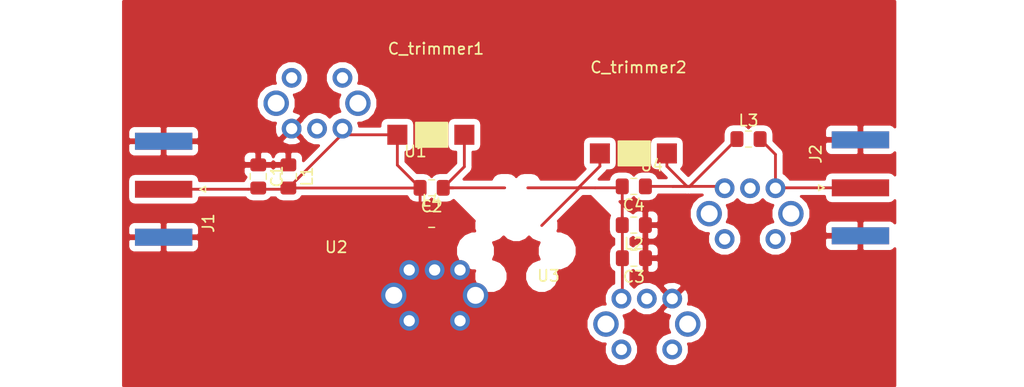
<source format=kicad_pcb>
(kicad_pcb (version 20171130) (host pcbnew "(6.0.0-rc1-dev-305-gf0b8b21)")

  (general
    (thickness 1.6)
    (drawings 0)
    (tracks 46)
    (zones 0)
    (modules 16)
    (nets 20)
  )

  (page A4)
  (layers
    (0 F.Cu signal)
    (31 B.Cu signal)
    (32 B.Adhes user)
    (33 F.Adhes user)
    (34 B.Paste user)
    (35 F.Paste user)
    (36 B.SilkS user)
    (37 F.SilkS user)
    (38 B.Mask user)
    (39 F.Mask user)
    (40 Dwgs.User user)
    (41 Cmts.User user)
    (42 Eco1.User user)
    (43 Eco2.User user)
    (44 Edge.Cuts user)
    (45 Margin user)
    (46 B.CrtYd user)
    (47 F.CrtYd user)
    (48 B.Fab user)
    (49 F.Fab user)
  )

  (setup
    (last_trace_width 0.25)
    (trace_clearance 0.2)
    (zone_clearance 0.508)
    (zone_45_only no)
    (trace_min 0.2)
    (via_size 0.8)
    (via_drill 0.4)
    (via_min_size 0.4)
    (via_min_drill 0.3)
    (uvia_size 0.3)
    (uvia_drill 0.1)
    (uvias_allowed no)
    (uvia_min_size 0.2)
    (uvia_min_drill 0.1)
    (edge_width 0.05)
    (segment_width 0.2)
    (pcb_text_width 0.3)
    (pcb_text_size 1.5 1.5)
    (mod_edge_width 0.12)
    (mod_text_size 1 1)
    (mod_text_width 0.15)
    (pad_size 2.25 2.25)
    (pad_drill 1.5)
    (pad_to_mask_clearance 0.2)
    (aux_axis_origin 0 0)
    (visible_elements FFFFFF7F)
    (pcbplotparams
      (layerselection 0x010fc_ffffffff)
      (usegerberextensions false)
      (usegerberattributes false)
      (usegerberadvancedattributes false)
      (creategerberjobfile false)
      (excludeedgelayer true)
      (linewidth 0.100000)
      (plotframeref false)
      (viasonmask false)
      (mode 1)
      (useauxorigin false)
      (hpglpennumber 1)
      (hpglpenspeed 20)
      (hpglpendiameter 15.000000)
      (psnegative false)
      (psa4output false)
      (plotreference true)
      (plotvalue true)
      (plotinvisibletext false)
      (padsonsilk false)
      (subtractmaskfromsilk false)
      (outputformat 1)
      (mirror false)
      (drillshape 1)
      (scaleselection 1)
      (outputdirectory ""))
  )

  (net 0 "")
  (net 1 GND)
  (net 2 "Net-(C1-Pad2)")
  (net 3 "Net-(C2-Pad1)")
  (net 4 "Net-(C3-Pad2)")
  (net 5 "Net-(C4-Pad1)")
  (net 6 "Net-(U1-Pad2)")
  (net 7 "Net-(U1-Pad6)")
  (net 8 "Net-(U1-Pad4)")
  (net 9 "Net-(U1-Pad5)")
  (net 10 "Net-(U2-Pad5)")
  (net 11 "Net-(U2-Pad4)")
  (net 12 "Net-(U2-Pad6)")
  (net 13 "Net-(U2-Pad2)")
  (net 14 "Net-(U3-Pad6)")
  (net 15 "Net-(U3-Pad5)")
  (net 16 "Net-(U4-Pad2)")
  (net 17 "Net-(U4-Pad5)")
  (net 18 "Net-(U4-Pad4)")
  (net 19 "Net-(U4-Pad6)")

  (net_class Default "This is the default net class."
    (clearance 0.2)
    (trace_width 0.25)
    (via_dia 0.8)
    (via_drill 0.4)
    (uvia_dia 0.3)
    (uvia_drill 0.1)
    (add_net GND)
    (add_net "Net-(C1-Pad2)")
    (add_net "Net-(C2-Pad1)")
    (add_net "Net-(C3-Pad2)")
    (add_net "Net-(C4-Pad1)")
    (add_net "Net-(U1-Pad2)")
    (add_net "Net-(U1-Pad4)")
    (add_net "Net-(U1-Pad5)")
    (add_net "Net-(U1-Pad6)")
    (add_net "Net-(U2-Pad2)")
    (add_net "Net-(U2-Pad4)")
    (add_net "Net-(U2-Pad5)")
    (add_net "Net-(U2-Pad6)")
    (add_net "Net-(U3-Pad5)")
    (add_net "Net-(U3-Pad6)")
    (add_net "Net-(U4-Pad2)")
    (add_net "Net-(U4-Pad4)")
    (add_net "Net-(U4-Pad5)")
    (add_net "Net-(U4-Pad6)")
  )

  (module Capacitor_SMD:C_0805_2012Metric_Pad1.15x1.40mm_HandSolder (layer F.Cu) (tedit 5B36C52B) (tstamp 5E3ADC5D)
    (at 126.746 41.411 270)
    (descr "Capacitor SMD 0805 (2012 Metric), square (rectangular) end terminal, IPC_7351 nominal with elongated pad for handsoldering. (Body size source: https://docs.google.com/spreadsheets/d/1BsfQQcO9C6DZCsRaXUlFlo91Tg2WpOkGARC1WS5S8t0/edit?usp=sharing), generated with kicad-footprint-generator")
    (tags "capacitor handsolder")
    (path /5E39F60A)
    (attr smd)
    (fp_text reference C1 (at 0 -1.65 270) (layer F.SilkS)
      (effects (font (size 1 1) (thickness 0.15)))
    )
    (fp_text value C (at 0 1.65 270) (layer F.Fab)
      (effects (font (size 1 1) (thickness 0.15)))
    )
    (fp_line (start -1 0.6) (end -1 -0.6) (layer F.Fab) (width 0.1))
    (fp_line (start -1 -0.6) (end 1 -0.6) (layer F.Fab) (width 0.1))
    (fp_line (start 1 -0.6) (end 1 0.6) (layer F.Fab) (width 0.1))
    (fp_line (start 1 0.6) (end -1 0.6) (layer F.Fab) (width 0.1))
    (fp_line (start -0.261252 -0.71) (end 0.261252 -0.71) (layer F.SilkS) (width 0.12))
    (fp_line (start -0.261252 0.71) (end 0.261252 0.71) (layer F.SilkS) (width 0.12))
    (fp_line (start -1.85 0.95) (end -1.85 -0.95) (layer F.CrtYd) (width 0.05))
    (fp_line (start -1.85 -0.95) (end 1.85 -0.95) (layer F.CrtYd) (width 0.05))
    (fp_line (start 1.85 -0.95) (end 1.85 0.95) (layer F.CrtYd) (width 0.05))
    (fp_line (start 1.85 0.95) (end -1.85 0.95) (layer F.CrtYd) (width 0.05))
    (fp_text user %R (at 0 0 270) (layer F.Fab)
      (effects (font (size 0.5 0.5) (thickness 0.08)))
    )
    (pad 1 smd roundrect (at -1.025 0 270) (size 1.15 1.4) (layers F.Cu F.Paste F.Mask) (roundrect_rratio 0.217391)
      (net 1 GND))
    (pad 2 smd roundrect (at 1.025 0 270) (size 1.15 1.4) (layers F.Cu F.Paste F.Mask) (roundrect_rratio 0.217391)
      (net 2 "Net-(C1-Pad2)"))
    (model ${KISYS3DMOD}/Capacitor_SMD.3dshapes/C_0805_2012Metric.wrl
      (at (xyz 0 0 0))
      (scale (xyz 1 1 1))
      (rotate (xyz 0 0 0))
    )
  )

  (module Capacitor_SMD:C_0805_2012Metric_Pad1.15x1.40mm_HandSolder (layer F.Cu) (tedit 5B36C52B) (tstamp 5E3ADC6E)
    (at 142.104 42.418 180)
    (descr "Capacitor SMD 0805 (2012 Metric), square (rectangular) end terminal, IPC_7351 nominal with elongated pad for handsoldering. (Body size source: https://docs.google.com/spreadsheets/d/1BsfQQcO9C6DZCsRaXUlFlo91Tg2WpOkGARC1WS5S8t0/edit?usp=sharing), generated with kicad-footprint-generator")
    (tags "capacitor handsolder")
    (path /5E39F6F7)
    (attr smd)
    (fp_text reference C2 (at 0 -1.65 180) (layer F.SilkS)
      (effects (font (size 1 1) (thickness 0.15)))
    )
    (fp_text value C (at 0 1.65 180) (layer F.Fab)
      (effects (font (size 1 1) (thickness 0.15)))
    )
    (fp_text user %R (at 0 0 180) (layer F.Fab)
      (effects (font (size 0.5 0.5) (thickness 0.08)))
    )
    (fp_line (start 1.85 0.95) (end -1.85 0.95) (layer F.CrtYd) (width 0.05))
    (fp_line (start 1.85 -0.95) (end 1.85 0.95) (layer F.CrtYd) (width 0.05))
    (fp_line (start -1.85 -0.95) (end 1.85 -0.95) (layer F.CrtYd) (width 0.05))
    (fp_line (start -1.85 0.95) (end -1.85 -0.95) (layer F.CrtYd) (width 0.05))
    (fp_line (start -0.261252 0.71) (end 0.261252 0.71) (layer F.SilkS) (width 0.12))
    (fp_line (start -0.261252 -0.71) (end 0.261252 -0.71) (layer F.SilkS) (width 0.12))
    (fp_line (start 1 0.6) (end -1 0.6) (layer F.Fab) (width 0.1))
    (fp_line (start 1 -0.6) (end 1 0.6) (layer F.Fab) (width 0.1))
    (fp_line (start -1 -0.6) (end 1 -0.6) (layer F.Fab) (width 0.1))
    (fp_line (start -1 0.6) (end -1 -0.6) (layer F.Fab) (width 0.1))
    (pad 2 smd roundrect (at 1.025 0 180) (size 1.15 1.4) (layers F.Cu F.Paste F.Mask) (roundrect_rratio 0.217391)
      (net 2 "Net-(C1-Pad2)"))
    (pad 1 smd roundrect (at -1.025 0 180) (size 1.15 1.4) (layers F.Cu F.Paste F.Mask) (roundrect_rratio 0.217391)
      (net 3 "Net-(C2-Pad1)"))
    (model ${KISYS3DMOD}/Capacitor_SMD.3dshapes/C_0805_2012Metric.wrl
      (at (xyz 0 0 0))
      (scale (xyz 1 1 1))
      (rotate (xyz 0 0 0))
    )
  )

  (module Capacitor_SMD:C_0805_2012Metric_Pad1.15x1.40mm_HandSolder (layer F.Cu) (tedit 5B36C52B) (tstamp 5E3ADC7F)
    (at 160.02 48.65 180)
    (descr "Capacitor SMD 0805 (2012 Metric), square (rectangular) end terminal, IPC_7351 nominal with elongated pad for handsoldering. (Body size source: https://docs.google.com/spreadsheets/d/1BsfQQcO9C6DZCsRaXUlFlo91Tg2WpOkGARC1WS5S8t0/edit?usp=sharing), generated with kicad-footprint-generator")
    (tags "capacitor handsolder")
    (path /5E39F754)
    (attr smd)
    (fp_text reference C3 (at 0 -1.65 180) (layer F.SilkS)
      (effects (font (size 1 1) (thickness 0.15)))
    )
    (fp_text value C (at 0 1.65 180) (layer F.Fab)
      (effects (font (size 1 1) (thickness 0.15)))
    )
    (fp_text user %R (at 0 0 180) (layer F.Fab)
      (effects (font (size 0.5 0.5) (thickness 0.08)))
    )
    (fp_line (start 1.85 0.95) (end -1.85 0.95) (layer F.CrtYd) (width 0.05))
    (fp_line (start 1.85 -0.95) (end 1.85 0.95) (layer F.CrtYd) (width 0.05))
    (fp_line (start -1.85 -0.95) (end 1.85 -0.95) (layer F.CrtYd) (width 0.05))
    (fp_line (start -1.85 0.95) (end -1.85 -0.95) (layer F.CrtYd) (width 0.05))
    (fp_line (start -0.261252 0.71) (end 0.261252 0.71) (layer F.SilkS) (width 0.12))
    (fp_line (start -0.261252 -0.71) (end 0.261252 -0.71) (layer F.SilkS) (width 0.12))
    (fp_line (start 1 0.6) (end -1 0.6) (layer F.Fab) (width 0.1))
    (fp_line (start 1 -0.6) (end 1 0.6) (layer F.Fab) (width 0.1))
    (fp_line (start -1 -0.6) (end 1 -0.6) (layer F.Fab) (width 0.1))
    (fp_line (start -1 0.6) (end -1 -0.6) (layer F.Fab) (width 0.1))
    (pad 2 smd roundrect (at 1.025 0 180) (size 1.15 1.4) (layers F.Cu F.Paste F.Mask) (roundrect_rratio 0.217391)
      (net 4 "Net-(C3-Pad2)"))
    (pad 1 smd roundrect (at -1.025 0 180) (size 1.15 1.4) (layers F.Cu F.Paste F.Mask) (roundrect_rratio 0.217391)
      (net 1 GND))
    (model ${KISYS3DMOD}/Capacitor_SMD.3dshapes/C_0805_2012Metric.wrl
      (at (xyz 0 0 0))
      (scale (xyz 1 1 1))
      (rotate (xyz 0 0 0))
    )
  )

  (module Capacitor_SMD:C_0805_2012Metric_Pad1.15x1.40mm_HandSolder (layer F.Cu) (tedit 5B36C52B) (tstamp 5E3ADC90)
    (at 160.011 42.291 180)
    (descr "Capacitor SMD 0805 (2012 Metric), square (rectangular) end terminal, IPC_7351 nominal with elongated pad for handsoldering. (Body size source: https://docs.google.com/spreadsheets/d/1BsfQQcO9C6DZCsRaXUlFlo91Tg2WpOkGARC1WS5S8t0/edit?usp=sharing), generated with kicad-footprint-generator")
    (tags "capacitor handsolder")
    (path /5E39F7F9)
    (attr smd)
    (fp_text reference C4 (at 0 -1.65 180) (layer F.SilkS)
      (effects (font (size 1 1) (thickness 0.15)))
    )
    (fp_text value C (at 0 1.65 180) (layer F.Fab)
      (effects (font (size 1 1) (thickness 0.15)))
    )
    (fp_line (start -1 0.6) (end -1 -0.6) (layer F.Fab) (width 0.1))
    (fp_line (start -1 -0.6) (end 1 -0.6) (layer F.Fab) (width 0.1))
    (fp_line (start 1 -0.6) (end 1 0.6) (layer F.Fab) (width 0.1))
    (fp_line (start 1 0.6) (end -1 0.6) (layer F.Fab) (width 0.1))
    (fp_line (start -0.261252 -0.71) (end 0.261252 -0.71) (layer F.SilkS) (width 0.12))
    (fp_line (start -0.261252 0.71) (end 0.261252 0.71) (layer F.SilkS) (width 0.12))
    (fp_line (start -1.85 0.95) (end -1.85 -0.95) (layer F.CrtYd) (width 0.05))
    (fp_line (start -1.85 -0.95) (end 1.85 -0.95) (layer F.CrtYd) (width 0.05))
    (fp_line (start 1.85 -0.95) (end 1.85 0.95) (layer F.CrtYd) (width 0.05))
    (fp_line (start 1.85 0.95) (end -1.85 0.95) (layer F.CrtYd) (width 0.05))
    (fp_text user %R (at 0 0 180) (layer F.Fab)
      (effects (font (size 0.5 0.5) (thickness 0.08)))
    )
    (pad 1 smd roundrect (at -1.025 0 180) (size 1.15 1.4) (layers F.Cu F.Paste F.Mask) (roundrect_rratio 0.217391)
      (net 4 "Net-(C3-Pad2)"))
    (pad 2 smd roundrect (at 1.025 0 180) (size 1.15 1.4) (layers F.Cu F.Paste F.Mask) (roundrect_rratio 0.217391)
      (net 3 "Net-(C2-Pad1)"))
    (model ${KISYS3DMOD}/Capacitor_SMD.3dshapes/C_0805_2012Metric.wrl
      (at (xyz 0 0 0))
      (scale (xyz 1 1 1))
      (rotate (xyz 0 0 0))
    )
  )

  (module Connector_Coaxial:SMA_Amphenol_132289_EdgeMount (layer F.Cu) (tedit 5A1C1810) (tstamp 5E3ADCB3)
    (at 118.364 42.545 180)
    (descr http://www.amphenolrf.com/132289.html)
    (tags SMA)
    (path /5E39F9DD)
    (attr smd)
    (fp_text reference J1 (at -3.96 -3 270) (layer F.SilkS)
      (effects (font (size 1 1) (thickness 0.15)))
    )
    (fp_text value Conn_Coaxial (at 5 6 180) (layer F.Fab)
      (effects (font (size 1 1) (thickness 0.15)))
    )
    (fp_line (start -1.91 5.08) (end 4.445 5.08) (layer F.Fab) (width 0.1))
    (fp_line (start -1.91 3.81) (end -1.91 5.08) (layer F.Fab) (width 0.1))
    (fp_line (start 2.54 3.81) (end -1.91 3.81) (layer F.Fab) (width 0.1))
    (fp_line (start 2.54 -3.81) (end 2.54 3.81) (layer F.Fab) (width 0.1))
    (fp_line (start -1.91 -3.81) (end 2.54 -3.81) (layer F.Fab) (width 0.1))
    (fp_line (start -1.91 -5.08) (end -1.91 -3.81) (layer F.Fab) (width 0.1))
    (fp_line (start -1.91 -5.08) (end 4.445 -5.08) (layer F.Fab) (width 0.1))
    (fp_line (start 4.445 -3.81) (end 4.445 -5.08) (layer F.Fab) (width 0.1))
    (fp_line (start 4.445 5.08) (end 4.445 3.81) (layer F.Fab) (width 0.1))
    (fp_line (start 13.97 3.81) (end 4.445 3.81) (layer F.Fab) (width 0.1))
    (fp_line (start 13.97 -3.81) (end 13.97 3.81) (layer F.Fab) (width 0.1))
    (fp_line (start 4.445 -3.81) (end 13.97 -3.81) (layer F.Fab) (width 0.1))
    (fp_line (start -3.04 5.58) (end -3.04 -5.58) (layer B.CrtYd) (width 0.05))
    (fp_line (start 14.47 5.58) (end -3.04 5.58) (layer B.CrtYd) (width 0.05))
    (fp_line (start 14.47 -5.58) (end 14.47 5.58) (layer B.CrtYd) (width 0.05))
    (fp_line (start 14.47 -5.58) (end -3.04 -5.58) (layer B.CrtYd) (width 0.05))
    (fp_line (start -3.04 5.58) (end -3.04 -5.58) (layer F.CrtYd) (width 0.05))
    (fp_line (start 14.47 5.58) (end -3.04 5.58) (layer F.CrtYd) (width 0.05))
    (fp_line (start 14.47 -5.58) (end 14.47 5.58) (layer F.CrtYd) (width 0.05))
    (fp_line (start 14.47 -5.58) (end -3.04 -5.58) (layer F.CrtYd) (width 0.05))
    (fp_text user %R (at 4.79 0 90) (layer F.Fab)
      (effects (font (size 1 1) (thickness 0.15)))
    )
    (fp_line (start 2.54 -0.75) (end 3.54 0) (layer F.Fab) (width 0.1))
    (fp_line (start 3.54 0) (end 2.54 0.75) (layer F.Fab) (width 0.1))
    (fp_line (start -3.21 0) (end -3.71 -0.25) (layer F.SilkS) (width 0.12))
    (fp_line (start -3.71 -0.25) (end -3.71 0.25) (layer F.SilkS) (width 0.12))
    (fp_line (start -3.71 0.25) (end -3.21 0) (layer F.SilkS) (width 0.12))
    (pad 1 smd rect (at 0 0 270) (size 1.5 5.08) (layers F.Cu F.Paste F.Mask)
      (net 2 "Net-(C1-Pad2)"))
    (pad 2 smd rect (at 0 -4.25 270) (size 1.5 5.08) (layers F.Cu F.Paste F.Mask)
      (net 1 GND))
    (pad 2 smd rect (at 0 4.25 270) (size 1.5 5.08) (layers F.Cu F.Paste F.Mask)
      (net 1 GND))
    (pad 2 smd rect (at 0 -4.25 270) (size 1.5 5.08) (layers B.Cu B.Paste B.Mask)
      (net 1 GND))
    (pad 2 smd rect (at 0 4.25 270) (size 1.5 5.08) (layers B.Cu B.Paste B.Mask)
      (net 1 GND))
    (model ${KISYS3DMOD}/Connector_Coaxial.3dshapes/SMA_Amphenol_132289_EdgeMount.wrl
      (at (xyz 0 0 0))
      (scale (xyz 1 1 1))
      (rotate (xyz 0 0 0))
    )
  )

  (module Connector_Coaxial:SMA_Amphenol_132289_EdgeMount (layer F.Cu) (tedit 5A1C1810) (tstamp 5E3ADCD6)
    (at 180.086 42.418)
    (descr http://www.amphenolrf.com/132289.html)
    (tags SMA)
    (path /5E39F96B)
    (attr smd)
    (fp_text reference J2 (at -3.96 -3 90) (layer F.SilkS)
      (effects (font (size 1 1) (thickness 0.15)))
    )
    (fp_text value Conn_Coaxial (at 5 6) (layer F.Fab)
      (effects (font (size 1 1) (thickness 0.15)))
    )
    (fp_line (start -3.71 0.25) (end -3.21 0) (layer F.SilkS) (width 0.12))
    (fp_line (start -3.71 -0.25) (end -3.71 0.25) (layer F.SilkS) (width 0.12))
    (fp_line (start -3.21 0) (end -3.71 -0.25) (layer F.SilkS) (width 0.12))
    (fp_line (start 3.54 0) (end 2.54 0.75) (layer F.Fab) (width 0.1))
    (fp_line (start 2.54 -0.75) (end 3.54 0) (layer F.Fab) (width 0.1))
    (fp_text user %R (at 4.79 0 270) (layer F.Fab)
      (effects (font (size 1 1) (thickness 0.15)))
    )
    (fp_line (start 14.47 -5.58) (end -3.04 -5.58) (layer F.CrtYd) (width 0.05))
    (fp_line (start 14.47 -5.58) (end 14.47 5.58) (layer F.CrtYd) (width 0.05))
    (fp_line (start 14.47 5.58) (end -3.04 5.58) (layer F.CrtYd) (width 0.05))
    (fp_line (start -3.04 5.58) (end -3.04 -5.58) (layer F.CrtYd) (width 0.05))
    (fp_line (start 14.47 -5.58) (end -3.04 -5.58) (layer B.CrtYd) (width 0.05))
    (fp_line (start 14.47 -5.58) (end 14.47 5.58) (layer B.CrtYd) (width 0.05))
    (fp_line (start 14.47 5.58) (end -3.04 5.58) (layer B.CrtYd) (width 0.05))
    (fp_line (start -3.04 5.58) (end -3.04 -5.58) (layer B.CrtYd) (width 0.05))
    (fp_line (start 4.445 -3.81) (end 13.97 -3.81) (layer F.Fab) (width 0.1))
    (fp_line (start 13.97 -3.81) (end 13.97 3.81) (layer F.Fab) (width 0.1))
    (fp_line (start 13.97 3.81) (end 4.445 3.81) (layer F.Fab) (width 0.1))
    (fp_line (start 4.445 5.08) (end 4.445 3.81) (layer F.Fab) (width 0.1))
    (fp_line (start 4.445 -3.81) (end 4.445 -5.08) (layer F.Fab) (width 0.1))
    (fp_line (start -1.91 -5.08) (end 4.445 -5.08) (layer F.Fab) (width 0.1))
    (fp_line (start -1.91 -5.08) (end -1.91 -3.81) (layer F.Fab) (width 0.1))
    (fp_line (start -1.91 -3.81) (end 2.54 -3.81) (layer F.Fab) (width 0.1))
    (fp_line (start 2.54 -3.81) (end 2.54 3.81) (layer F.Fab) (width 0.1))
    (fp_line (start 2.54 3.81) (end -1.91 3.81) (layer F.Fab) (width 0.1))
    (fp_line (start -1.91 3.81) (end -1.91 5.08) (layer F.Fab) (width 0.1))
    (fp_line (start -1.91 5.08) (end 4.445 5.08) (layer F.Fab) (width 0.1))
    (pad 2 smd rect (at 0 4.25 90) (size 1.5 5.08) (layers B.Cu B.Paste B.Mask)
      (net 1 GND))
    (pad 2 smd rect (at 0 -4.25 90) (size 1.5 5.08) (layers B.Cu B.Paste B.Mask)
      (net 1 GND))
    (pad 2 smd rect (at 0 4.25 90) (size 1.5 5.08) (layers F.Cu F.Paste F.Mask)
      (net 1 GND))
    (pad 2 smd rect (at 0 -4.25 90) (size 1.5 5.08) (layers F.Cu F.Paste F.Mask)
      (net 1 GND))
    (pad 1 smd rect (at 0 0 90) (size 1.5 5.08) (layers F.Cu F.Paste F.Mask)
      (net 4 "Net-(C3-Pad2)"))
    (model ${KISYS3DMOD}/Connector_Coaxial.3dshapes/SMA_Amphenol_132289_EdgeMount.wrl
      (at (xyz 0 0 0))
      (scale (xyz 1 1 1))
      (rotate (xyz 0 0 0))
    )
  )

  (module LT:IND_trimmer_7M3 (layer F.Cu) (tedit 5E3A09D3) (tstamp 5E3ADCE6)
    (at 131.953 34.925 180)
    (path /5E3A02D0)
    (fp_text reference U1 (at -8.7122 -4.2672 180) (layer F.SilkS)
      (effects (font (size 1 1) (thickness 0.15)))
    )
    (fp_text value LM3-IND (at -5.9436 -5.9182 180) (layer F.Fab)
      (effects (font (size 1 1) (thickness 0.15)))
    )
    (fp_line (start 0 -3.81) (end -3.81 -3.81) (layer F.CrtYd) (width 0.12))
    (fp_line (start -3.81 -3.81) (end -3.81 3.81) (layer F.CrtYd) (width 0.12))
    (fp_line (start -3.81 3.81) (end 3.81 3.81) (layer F.CrtYd) (width 0.12))
    (fp_line (start 3.81 3.81) (end 3.81 -3.81) (layer F.CrtYd) (width 0.12))
    (fp_line (start 3.81 -3.81) (end 0 -3.81) (layer F.CrtYd) (width 0.12))
    (pad 2 thru_hole circle (at 0 -2.25 180) (size 1.75 1.75) (drill 1) (layers *.Cu *.Mask)
      (net 6 "Net-(U1-Pad2)"))
    (pad 6 thru_hole circle (at -2.25 2.25 180) (size 1.75 1.75) (drill 1) (layers *.Cu *.Mask)
      (net 7 "Net-(U1-Pad6)"))
    (pad 1 thru_hole circle (at -2.25 -2.25 180) (size 1.75 1.75) (drill 1) (layers *.Cu *.Mask)
      (net 2 "Net-(C1-Pad2)"))
    (pad 3 thru_hole circle (at 2.25 -2.25 180) (size 1.75 1.75) (drill 1) (layers *.Cu *.Mask)
      (net 1 GND))
    (pad 4 thru_hole circle (at 2.25 2.25 180) (size 1.75 1.75) (drill 1) (layers *.Cu *.Mask)
      (net 8 "Net-(U1-Pad4)"))
    (pad 5 thru_hole circle (at -3.62 0 180) (size 2.25 2.25) (drill 1.5) (layers *.Cu *.Mask)
      (net 9 "Net-(U1-Pad5)"))
    (pad 5 thru_hole circle (at 3.62 0 180) (size 2.25 2.25) (drill 1.5) (layers *.Cu *.Mask)
      (net 9 "Net-(U1-Pad5)"))
  )

  (module LT:IND_trimmer_7M3 (layer F.Cu) (tedit 5E3A09CD) (tstamp 5E3ADCF6)
    (at 142.367 51.943)
    (path /5E3A0C86)
    (fp_text reference U2 (at -8.7122 -4.2672) (layer F.SilkS)
      (effects (font (size 1 1) (thickness 0.15)))
    )
    (fp_text value LM3-IND (at -5.9436 -5.9182) (layer F.Fab)
      (effects (font (size 1 1) (thickness 0.15)))
    )
    (fp_line (start 3.81 -3.81) (end 0 -3.81) (layer F.CrtYd) (width 0.12))
    (fp_line (start 3.81 3.81) (end 3.81 -3.81) (layer F.CrtYd) (width 0.12))
    (fp_line (start -3.81 3.81) (end 3.81 3.81) (layer F.CrtYd) (width 0.12))
    (fp_line (start -3.81 -3.81) (end -3.81 3.81) (layer F.CrtYd) (width 0.12))
    (fp_line (start 0 -3.81) (end -3.81 -3.81) (layer F.CrtYd) (width 0.12))
    (pad 5 thru_hole circle (at 3.62 0) (size 2.25 2.25) (drill 1.5) (layers *.Cu *.Mask)
      (net 10 "Net-(U2-Pad5)"))
    (pad 5 thru_hole circle (at -3.62 0) (size 2.25 2.25) (drill 1.5) (layers *.Cu *.Mask)
      (net 10 "Net-(U2-Pad5)"))
    (pad 4 thru_hole circle (at 2.25 2.25) (size 1.75 1.75) (drill 1) (layers *.Cu *.Mask)
      (net 11 "Net-(U2-Pad4)"))
    (pad 3 thru_hole circle (at 2.25 -2.25) (size 1.75 1.75) (drill 1) (layers *.Cu *.Mask)
      (net 3 "Net-(C2-Pad1)"))
    (pad 1 thru_hole circle (at -2.25 -2.25) (size 1.75 1.75) (drill 1) (layers *.Cu *.Mask)
      (net 2 "Net-(C1-Pad2)"))
    (pad 6 thru_hole circle (at -2.25 2.25) (size 1.75 1.75) (drill 1) (layers *.Cu *.Mask)
      (net 12 "Net-(U2-Pad6)"))
    (pad 2 thru_hole circle (at 0 -2.25) (size 1.75 1.75) (drill 1) (layers *.Cu *.Mask)
      (net 13 "Net-(U2-Pad2)"))
  )

  (module LT:IND_trimmer_7M3 (layer F.Cu) (tedit 5E3A09C8) (tstamp 5E3AEE82)
    (at 161.163 54.483)
    (path /5E3A14E4)
    (fp_text reference U3 (at -8.7122 -4.2672) (layer F.SilkS)
      (effects (font (size 1 1) (thickness 0.15)))
    )
    (fp_text value LM3-IND (at -5.9436 -5.9182) (layer F.Fab)
      (effects (font (size 1 1) (thickness 0.15)))
    )
    (fp_line (start 0 -3.81) (end -3.81 -3.81) (layer F.CrtYd) (width 0.12))
    (fp_line (start -3.81 -3.81) (end -3.81 3.81) (layer F.CrtYd) (width 0.12))
    (fp_line (start -3.81 3.81) (end 3.81 3.81) (layer F.CrtYd) (width 0.12))
    (fp_line (start 3.81 3.81) (end 3.81 -3.81) (layer F.CrtYd) (width 0.12))
    (fp_line (start 3.81 -3.81) (end 0 -3.81) (layer F.CrtYd) (width 0.12))
    (pad 2 thru_hole circle (at 0 -2.25) (size 1.75 1.75) (drill 1) (layers *.Cu *.Mask)
      (net 4 "Net-(C3-Pad2)"))
    (pad 6 thru_hole circle (at -2.25 2.25) (size 1.75 1.75) (drill 1) (layers *.Cu *.Mask)
      (net 14 "Net-(U3-Pad6)"))
    (pad 1 thru_hole circle (at -2.25 -2.25) (size 1.75 1.75) (drill 1) (layers *.Cu *.Mask)
      (net 4 "Net-(C3-Pad2)"))
    (pad 3 thru_hole circle (at 2.25 -2.25) (size 1.75 1.75) (drill 1) (layers *.Cu *.Mask)
      (net 1 GND))
    (pad 4 thru_hole circle (at 2.25 2.25) (size 1.75 1.75) (drill 1) (layers *.Cu *.Mask)
      (net 4 "Net-(C3-Pad2)"))
    (pad 5 thru_hole circle (at -3.62 0) (size 2.25 2.25) (drill 1.5) (layers *.Cu *.Mask)
      (net 15 "Net-(U3-Pad5)"))
    (pad 5 thru_hole circle (at 3.62 0) (size 2.25 2.25) (drill 1.5) (layers *.Cu *.Mask)
      (net 15 "Net-(U3-Pad5)"))
  )

  (module LT:IND_trimmer_7M3 (layer F.Cu) (tedit 5E3A0768) (tstamp 5E3ADD16)
    (at 170.307 44.704)
    (path /5E3A1CA8)
    (fp_text reference U4 (at -8.7122 -4.2672) (layer F.SilkS)
      (effects (font (size 1 1) (thickness 0.15)))
    )
    (fp_text value LM3-IND (at -5.9436 -5.9182) (layer F.Fab)
      (effects (font (size 1 1) (thickness 0.15)))
    )
    (fp_line (start 3.81 -3.81) (end 0 -3.81) (layer F.CrtYd) (width 0.12))
    (fp_line (start 3.81 3.81) (end 3.81 -3.81) (layer F.CrtYd) (width 0.12))
    (fp_line (start -3.81 3.81) (end 3.81 3.81) (layer F.CrtYd) (width 0.12))
    (fp_line (start -3.81 -3.81) (end -3.81 3.81) (layer F.CrtYd) (width 0.12))
    (fp_line (start 0 -3.81) (end -3.81 -3.81) (layer F.CrtYd) (width 0.12))
    (pad 5 thru_hole circle (at 3.62 0) (size 2.25 2.25) (drill 1.5) (layers *.Cu *.Mask)
      (net 17 "Net-(U4-Pad5)"))
    (pad 5 thru_hole circle (at -3.62 0) (size 2.25 2.25) (drill 1.5) (layers *.Cu *.Mask)
      (net 17 "Net-(U4-Pad5)"))
    (pad 4 thru_hole circle (at 2.25 2.25) (size 1.75 1.75) (drill 1) (layers *.Cu *.Mask)
      (net 18 "Net-(U4-Pad4)"))
    (pad 3 thru_hole circle (at 2.25 -2.25) (size 1.75 1.75) (drill 1) (layers *.Cu *.Mask)
      (net 4 "Net-(C3-Pad2)"))
    (pad 1 thru_hole circle (at -2.25 -2.25) (size 1.75 1.75) (drill 1) (layers *.Cu *.Mask)
      (net 3 "Net-(C2-Pad1)"))
    (pad 6 thru_hole circle (at -2.25 2.25) (size 1.75 1.75) (drill 1) (layers *.Cu *.Mask)
      (net 19 "Net-(U4-Pad6)"))
    (pad 2 thru_hole circle (at 0 -2.25) (size 1.75 1.75) (drill 1) (layers *.Cu *.Mask)
      (net 16 "Net-(U4-Pad2)"))
  )

  (module "Connector_PinHeader_2.54mm:Variable Capacitor" (layer F.Cu) (tedit 5E20EA9C) (tstamp 5E3AE302)
    (at 142.484348 37.719 180)
    (path /5E3AA00C)
    (fp_text reference C_trimmer1 (at 0 7.62 180) (layer F.SilkS)
      (effects (font (size 1 1) (thickness 0.15)))
    )
    (fp_text value C_Variable (at 0 5.08 180) (layer F.Fab)
      (effects (font (size 1 1) (thickness 0.15)))
    )
    (fp_poly (pts (xy -1.016 -1.0795) (xy -1.016 1.0795) (xy 1.778 1.0795) (xy 1.778 -1.0795)) (layer F.SilkS) (width 0.15))
    (pad 1 smd rect (at -2.516124 0 180) (size 1.778 1.778) (layers F.Cu F.Paste F.Mask)
      (net 3 "Net-(C2-Pad1)"))
    (pad 2 smd rect (at 3.419348 0 180) (size 1.778 1.778) (layers F.Cu F.Paste F.Mask)
      (net 2 "Net-(C1-Pad2)"))
  )

  (module "Connector_PinHeader_2.54mm:Variable Capacitor" (layer F.Cu) (tedit 5E20EA9C) (tstamp 5E3AE309)
    (at 160.424876 39.37 180)
    (path /5E3AB6DB)
    (fp_text reference C_trimmer2 (at 0 7.62 180) (layer F.SilkS)
      (effects (font (size 1 1) (thickness 0.15)))
    )
    (fp_text value C_Variable (at 0 5.08 180) (layer F.Fab)
      (effects (font (size 1 1) (thickness 0.15)))
    )
    (fp_poly (pts (xy -1.016 -1.0795) (xy -1.016 1.0795) (xy 1.778 1.0795) (xy 1.778 -1.0795)) (layer F.SilkS) (width 0.15))
    (pad 2 smd rect (at 3.419348 0 180) (size 1.778 1.778) (layers F.Cu F.Paste F.Mask)
      (net 3 "Net-(C2-Pad1)"))
    (pad 1 smd rect (at -2.516124 0 180) (size 1.778 1.778) (layers F.Cu F.Paste F.Mask)
      (net 4 "Net-(C3-Pad2)"))
  )

  (module Inductor_SMD:L_0805_2012Metric_Pad1.15x1.40mm_HandSolder (layer F.Cu) (tedit 5B36C52B) (tstamp 5E3AE31A)
    (at 129.413 41.411 270)
    (descr "Capacitor SMD 0805 (2012 Metric), square (rectangular) end terminal, IPC_7351 nominal with elongated pad for handsoldering. (Body size source: https://docs.google.com/spreadsheets/d/1BsfQQcO9C6DZCsRaXUlFlo91Tg2WpOkGARC1WS5S8t0/edit?usp=sharing), generated with kicad-footprint-generator")
    (tags "inductor handsolder")
    (path /5E3A581B)
    (attr smd)
    (fp_text reference L1 (at 0 -1.65 270) (layer F.SilkS)
      (effects (font (size 1 1) (thickness 0.15)))
    )
    (fp_text value L_hold1 (at 0 1.65 270) (layer F.Fab)
      (effects (font (size 1 1) (thickness 0.15)))
    )
    (fp_line (start -1 0.6) (end -1 -0.6) (layer F.Fab) (width 0.1))
    (fp_line (start -1 -0.6) (end 1 -0.6) (layer F.Fab) (width 0.1))
    (fp_line (start 1 -0.6) (end 1 0.6) (layer F.Fab) (width 0.1))
    (fp_line (start 1 0.6) (end -1 0.6) (layer F.Fab) (width 0.1))
    (fp_line (start -0.261252 -0.71) (end 0.261252 -0.71) (layer F.SilkS) (width 0.12))
    (fp_line (start -0.261252 0.71) (end 0.261252 0.71) (layer F.SilkS) (width 0.12))
    (fp_line (start -1.85 0.95) (end -1.85 -0.95) (layer F.CrtYd) (width 0.05))
    (fp_line (start -1.85 -0.95) (end 1.85 -0.95) (layer F.CrtYd) (width 0.05))
    (fp_line (start 1.85 -0.95) (end 1.85 0.95) (layer F.CrtYd) (width 0.05))
    (fp_line (start 1.85 0.95) (end -1.85 0.95) (layer F.CrtYd) (width 0.05))
    (fp_text user %R (at 0 0 270) (layer F.Fab)
      (effects (font (size 0.5 0.5) (thickness 0.08)))
    )
    (pad 1 smd roundrect (at -1.025 0 270) (size 1.15 1.4) (layers F.Cu F.Paste F.Mask) (roundrect_rratio 0.217391)
      (net 1 GND))
    (pad 2 smd roundrect (at 1.025 0 270) (size 1.15 1.4) (layers F.Cu F.Paste F.Mask) (roundrect_rratio 0.217391)
      (net 2 "Net-(C1-Pad2)"))
    (model ${KISYS3DMOD}/Inductor_SMD.3dshapes/L_0805_2012Metric.wrl
      (at (xyz 0 0 0))
      (scale (xyz 1 1 1))
      (rotate (xyz 0 0 0))
    )
  )

  (module Inductor_SMD:L_0805_2012Metric_Pad1.15x1.40mm_HandSolder (layer F.Cu) (tedit 5B36C52B) (tstamp 5E3AE32B)
    (at 160.011 45.72 180)
    (descr "Capacitor SMD 0805 (2012 Metric), square (rectangular) end terminal, IPC_7351 nominal with elongated pad for handsoldering. (Body size source: https://docs.google.com/spreadsheets/d/1BsfQQcO9C6DZCsRaXUlFlo91Tg2WpOkGARC1WS5S8t0/edit?usp=sharing), generated with kicad-footprint-generator")
    (tags "inductor handsolder")
    (path /5E3A5EF8)
    (attr smd)
    (fp_text reference L2 (at 0 -1.65 180) (layer F.SilkS)
      (effects (font (size 1 1) (thickness 0.15)))
    )
    (fp_text value L_hold2 (at 0 1.65 180) (layer F.Fab)
      (effects (font (size 1 1) (thickness 0.15)))
    )
    (fp_text user %R (at 0 0 180) (layer F.Fab)
      (effects (font (size 0.5 0.5) (thickness 0.08)))
    )
    (fp_line (start 1.85 0.95) (end -1.85 0.95) (layer F.CrtYd) (width 0.05))
    (fp_line (start 1.85 -0.95) (end 1.85 0.95) (layer F.CrtYd) (width 0.05))
    (fp_line (start -1.85 -0.95) (end 1.85 -0.95) (layer F.CrtYd) (width 0.05))
    (fp_line (start -1.85 0.95) (end -1.85 -0.95) (layer F.CrtYd) (width 0.05))
    (fp_line (start -0.261252 0.71) (end 0.261252 0.71) (layer F.SilkS) (width 0.12))
    (fp_line (start -0.261252 -0.71) (end 0.261252 -0.71) (layer F.SilkS) (width 0.12))
    (fp_line (start 1 0.6) (end -1 0.6) (layer F.Fab) (width 0.1))
    (fp_line (start 1 -0.6) (end 1 0.6) (layer F.Fab) (width 0.1))
    (fp_line (start -1 -0.6) (end 1 -0.6) (layer F.Fab) (width 0.1))
    (fp_line (start -1 0.6) (end -1 -0.6) (layer F.Fab) (width 0.1))
    (pad 2 smd roundrect (at 1.025 0 180) (size 1.15 1.4) (layers F.Cu F.Paste F.Mask) (roundrect_rratio 0.217391)
      (net 4 "Net-(C3-Pad2)"))
    (pad 1 smd roundrect (at -1.025 0 180) (size 1.15 1.4) (layers F.Cu F.Paste F.Mask) (roundrect_rratio 0.217391)
      (net 1 GND))
    (model ${KISYS3DMOD}/Inductor_SMD.3dshapes/L_0805_2012Metric.wrl
      (at (xyz 0 0 0))
      (scale (xyz 1 1 1))
      (rotate (xyz 0 0 0))
    )
  )

  (module Inductor_SMD:L_0805_2012Metric_Pad1.15x1.40mm_HandSolder (layer F.Cu) (tedit 5B36C52B) (tstamp 5E3AE33C)
    (at 170.171 38.1)
    (descr "Capacitor SMD 0805 (2012 Metric), square (rectangular) end terminal, IPC_7351 nominal with elongated pad for handsoldering. (Body size source: https://docs.google.com/spreadsheets/d/1BsfQQcO9C6DZCsRaXUlFlo91Tg2WpOkGARC1WS5S8t0/edit?usp=sharing), generated with kicad-footprint-generator")
    (tags "inductor handsolder")
    (path /5E3A7E30)
    (attr smd)
    (fp_text reference L3 (at 0 -1.65) (layer F.SilkS)
      (effects (font (size 1 1) (thickness 0.15)))
    )
    (fp_text value L_hold3 (at 0 1.65) (layer F.Fab)
      (effects (font (size 1 1) (thickness 0.15)))
    )
    (fp_line (start -1 0.6) (end -1 -0.6) (layer F.Fab) (width 0.1))
    (fp_line (start -1 -0.6) (end 1 -0.6) (layer F.Fab) (width 0.1))
    (fp_line (start 1 -0.6) (end 1 0.6) (layer F.Fab) (width 0.1))
    (fp_line (start 1 0.6) (end -1 0.6) (layer F.Fab) (width 0.1))
    (fp_line (start -0.261252 -0.71) (end 0.261252 -0.71) (layer F.SilkS) (width 0.12))
    (fp_line (start -0.261252 0.71) (end 0.261252 0.71) (layer F.SilkS) (width 0.12))
    (fp_line (start -1.85 0.95) (end -1.85 -0.95) (layer F.CrtYd) (width 0.05))
    (fp_line (start -1.85 -0.95) (end 1.85 -0.95) (layer F.CrtYd) (width 0.05))
    (fp_line (start 1.85 -0.95) (end 1.85 0.95) (layer F.CrtYd) (width 0.05))
    (fp_line (start 1.85 0.95) (end -1.85 0.95) (layer F.CrtYd) (width 0.05))
    (fp_text user %R (at 0 0) (layer F.Fab)
      (effects (font (size 0.5 0.5) (thickness 0.08)))
    )
    (pad 1 smd roundrect (at -1.025 0) (size 1.15 1.4) (layers F.Cu F.Paste F.Mask) (roundrect_rratio 0.217391)
      (net 3 "Net-(C2-Pad1)"))
    (pad 2 smd roundrect (at 1.025 0) (size 1.15 1.4) (layers F.Cu F.Paste F.Mask) (roundrect_rratio 0.217391)
      (net 4 "Net-(C3-Pad2)"))
    (model ${KISYS3DMOD}/Inductor_SMD.3dshapes/L_0805_2012Metric.wrl
      (at (xyz 0 0 0))
      (scale (xyz 1 1 1))
      (rotate (xyz 0 0 0))
    )
  )

  (module Inductor_SMD:L_0805_2012Metric_Pad1.15x1.40mm_HandSolder (layer F.Cu) (tedit 5B36C52B) (tstamp 5E3AEED0)
    (at 142.104 45.212)
    (descr "Capacitor SMD 0805 (2012 Metric), square (rectangular) end terminal, IPC_7351 nominal with elongated pad for handsoldering. (Body size source: https://docs.google.com/spreadsheets/d/1BsfQQcO9C6DZCsRaXUlFlo91Tg2WpOkGARC1WS5S8t0/edit?usp=sharing), generated with kicad-footprint-generator")
    (tags "inductor handsolder")
    (path /5E3AC496)
    (attr smd)
    (fp_text reference L4 (at 0 -1.65) (layer F.SilkS)
      (effects (font (size 1 1) (thickness 0.15)))
    )
    (fp_text value L_hold1.5 (at 0 1.65) (layer F.Fab)
      (effects (font (size 1 1) (thickness 0.15)))
    )
    (fp_line (start -1 0.6) (end -1 -0.6) (layer F.Fab) (width 0.1))
    (fp_line (start -1 -0.6) (end 1 -0.6) (layer F.Fab) (width 0.1))
    (fp_line (start 1 -0.6) (end 1 0.6) (layer F.Fab) (width 0.1))
    (fp_line (start 1 0.6) (end -1 0.6) (layer F.Fab) (width 0.1))
    (fp_line (start -0.261252 -0.71) (end 0.261252 -0.71) (layer F.SilkS) (width 0.12))
    (fp_line (start -0.261252 0.71) (end 0.261252 0.71) (layer F.SilkS) (width 0.12))
    (fp_line (start -1.85 0.95) (end -1.85 -0.95) (layer F.CrtYd) (width 0.05))
    (fp_line (start -1.85 -0.95) (end 1.85 -0.95) (layer F.CrtYd) (width 0.05))
    (fp_line (start 1.85 -0.95) (end 1.85 0.95) (layer F.CrtYd) (width 0.05))
    (fp_line (start 1.85 0.95) (end -1.85 0.95) (layer F.CrtYd) (width 0.05))
    (fp_text user %R (at 0 0) (layer F.Fab)
      (effects (font (size 0.5 0.5) (thickness 0.08)))
    )
    (pad 1 smd roundrect (at -1.025 0) (size 1.15 1.4) (layers F.Cu F.Paste F.Mask) (roundrect_rratio 0.217391)
      (net 2 "Net-(C1-Pad2)"))
    (pad 2 smd roundrect (at 1.025 0) (size 1.15 1.4) (layers F.Cu F.Paste F.Mask) (roundrect_rratio 0.217391)
      (net 3 "Net-(C2-Pad1)"))
    (model ${KISYS3DMOD}/Inductor_SMD.3dshapes/L_0805_2012Metric.wrl
      (at (xyz 0 0 0))
      (scale (xyz 1 1 1))
      (rotate (xyz 0 0 0))
    )
  )

  (segment (start 118.364 42.545) (end 125.857 42.545) (width 0.25) (layer F.Cu) (net 2))
  (segment (start 125.857 42.545) (end 129.667 42.545) (width 0.25) (layer F.Cu) (net 2))
  (segment (start 118.364 42.545) (end 120.154 42.545) (width 0.25) (layer F.Cu) (net 2))
  (segment (start 134.203 37.646) (end 134.203 37.175) (width 0.25) (layer F.Cu) (net 2))
  (segment (start 129.413 42.436) (end 134.203 37.646) (width 0.25) (layer F.Cu) (net 2))
  (segment (start 134.747 37.719) (end 134.203 37.175) (width 0.25) (layer F.Cu) (net 2))
  (segment (start 139.065 37.719) (end 134.747 37.719) (width 0.25) (layer F.Cu) (net 2))
  (segment (start 141.061 42.436) (end 141.079 42.418) (width 0.25) (layer F.Cu) (net 2))
  (segment (start 129.413 42.436) (end 141.061 42.436) (width 0.25) (layer F.Cu) (net 2))
  (segment (start 139.065 40.404) (end 141.079 42.418) (width 0.25) (layer F.Cu) (net 2))
  (segment (start 139.065 37.719) (end 139.065 40.404) (width 0.25) (layer F.Cu) (net 2))
  (segment (start 141.079 42.418) (end 141.079 45.212) (width 0.25) (layer F.Cu) (net 2))
  (segment (start 143.129 42.418) (end 144.018 42.418) (width 0.25) (layer F.Cu) (net 3))
  (segment (start 143.129 42.418) (end 148.572 42.418) (width 0.25) (layer F.Cu) (net 3))
  (segment (start 145.000472 40.546528) (end 143.129 42.418) (width 0.25) (layer F.Cu) (net 3))
  (segment (start 145.000472 37.719) (end 145.000472 40.546528) (width 0.25) (layer F.Cu) (net 3))
  (segment (start 158.95 42.327) (end 158.986 42.291) (width 0.25) (layer F.Cu) (net 4))
  (segment (start 158.986 48.641) (end 158.995 48.65) (width 0.25) (layer F.Cu) (net 4))
  (segment (start 158.995 52.151) (end 158.913 52.233) (width 0.25) (layer F.Cu) (net 4))
  (segment (start 158.995 48.65) (end 158.995 52.151) (width 0.25) (layer F.Cu) (net 4))
  (segment (start 158.859 42.418) (end 158.986 42.291) (width 0.25) (layer F.Cu) (net 4))
  (segment (start 151.856 45.756) (end 155.194 42.418) (width 0.25) (layer F.Cu) (net 4))
  (segment (start 158.986 45.72) (end 158.986 44.92) (width 0.25) (layer F.Cu) (net 4))
  (segment (start 156.591 42.418) (end 158.859 42.418) (width 0.25) (layer F.Cu) (net 4))
  (segment (start 155.194 42.418) (end 156.591 42.418) (width 0.25) (layer F.Cu) (net 4))
  (segment (start 158.995 45.729) (end 158.986 45.72) (width 0.25) (layer F.Cu) (net 4))
  (segment (start 158.995 48.65) (end 158.995 45.729) (width 0.25) (layer F.Cu) (net 4))
  (segment (start 155.096528 42.418) (end 154.94 42.418) (width 0.25) (layer F.Cu) (net 4))
  (segment (start 157.005528 40.509) (end 155.096528 42.418) (width 0.25) (layer F.Cu) (net 4))
  (segment (start 157.005528 39.37) (end 157.005528 40.509) (width 0.25) (layer F.Cu) (net 4))
  (segment (start 154.94 42.418) (end 155.194 42.418) (width 0.25) (layer F.Cu) (net 4))
  (segment (start 150.622 42.418) (end 154.94 42.418) (width 0.25) (layer F.Cu) (net 4))
  (segment (start 158.986 42.291) (end 158.986 45.72) (width 0.25) (layer F.Cu) (net 4))
  (segment (start 167.894 42.291) (end 168.057 42.454) (width 0.25) (layer F.Cu) (net 5))
  (segment (start 164.955 42.291) (end 169.146 38.1) (width 0.25) (layer F.Cu) (net 5))
  (segment (start 163.449 42.291) (end 164.955 42.291) (width 0.25) (layer F.Cu) (net 5))
  (segment (start 161.036 42.291) (end 163.449 42.291) (width 0.25) (layer F.Cu) (net 5))
  (segment (start 164.723 42.291) (end 164.973 42.291) (width 0.25) (layer F.Cu) (net 5))
  (segment (start 164.973 42.291) (end 167.894 42.291) (width 0.25) (layer F.Cu) (net 5))
  (segment (start 162.941 40.509) (end 164.723 42.291) (width 0.25) (layer F.Cu) (net 5))
  (segment (start 162.941 39.37) (end 162.941 40.509) (width 0.25) (layer F.Cu) (net 5))
  (segment (start 163.449 42.291) (end 164.973 42.291) (width 0.25) (layer F.Cu) (net 5))
  (segment (start 172.593 42.418) (end 172.557 42.454) (width 0.25) (layer F.Cu) (net 4))
  (segment (start 180.086 42.418) (end 172.593 42.418) (width 0.25) (layer F.Cu) (net 4))
  (segment (start 172.557 39.461) (end 171.196 38.1) (width 0.25) (layer F.Cu) (net 4))
  (segment (start 172.557 42.454) (end 172.557 39.461) (width 0.25) (layer F.Cu) (net 4))

  (zone (net 1) (net_name GND) (layer F.Cu) (tstamp 5E3AFA22) (hatch edge 0.508)
    (connect_pads (clearance 0.508))
    (min_thickness 0.254)
    (fill yes (arc_segments 16) (thermal_gap 0.508) (thermal_bridge_width 0.508))
    (polygon
      (pts
        (xy 114.681 25.781) (xy 114.681 60.071) (xy 183.261 60.071) (xy 183.261 25.781)
      )
    )
    (filled_polygon
      (pts
        (xy 183.134 37.027975) (xy 182.985699 36.879673) (xy 182.75231 36.783) (xy 180.37175 36.783) (xy 180.213 36.94175)
        (xy 180.213 38.041) (xy 180.233 38.041) (xy 180.233 38.295) (xy 180.213 38.295) (xy 180.213 39.39425)
        (xy 180.37175 39.553) (xy 182.75231 39.553) (xy 182.985699 39.456327) (xy 183.134 39.308025) (xy 183.134 41.285307)
        (xy 183.083809 41.210191) (xy 182.873765 41.069843) (xy 182.626 41.02056) (xy 177.546 41.02056) (xy 177.298235 41.069843)
        (xy 177.088191 41.210191) (xy 176.947843 41.420235) (xy 176.900549 41.658) (xy 173.861698 41.658) (xy 173.837116 41.598654)
        (xy 173.412346 41.173884) (xy 173.317 41.13439) (xy 173.317 39.535848) (xy 173.331888 39.461) (xy 173.317 39.386152)
        (xy 173.317 39.386148) (xy 173.272904 39.164463) (xy 173.272904 39.164462) (xy 173.147329 38.976527) (xy 173.104929 38.913071)
        (xy 173.041473 38.870671) (xy 172.624552 38.45375) (xy 176.911 38.45375) (xy 176.911 39.044309) (xy 177.007673 39.277698)
        (xy 177.186301 39.456327) (xy 177.41969 39.553) (xy 179.80025 39.553) (xy 179.959 39.39425) (xy 179.959 38.295)
        (xy 177.06975 38.295) (xy 176.911 38.45375) (xy 172.624552 38.45375) (xy 172.41844 38.247638) (xy 172.41844 37.649999)
        (xy 172.350127 37.306564) (xy 172.34019 37.291691) (xy 176.911 37.291691) (xy 176.911 37.88225) (xy 177.06975 38.041)
        (xy 179.959 38.041) (xy 179.959 36.94175) (xy 179.80025 36.783) (xy 177.41969 36.783) (xy 177.186301 36.879673)
        (xy 177.007673 37.058302) (xy 176.911 37.291691) (xy 172.34019 37.291691) (xy 172.155586 37.015414) (xy 171.864436 36.820873)
        (xy 171.521001 36.75256) (xy 170.870999 36.75256) (xy 170.527564 36.820873) (xy 170.236414 37.015414) (xy 170.171 37.113313)
        (xy 170.105586 37.015414) (xy 169.814436 36.820873) (xy 169.471001 36.75256) (xy 168.820999 36.75256) (xy 168.477564 36.820873)
        (xy 168.186414 37.015414) (xy 167.991873 37.306564) (xy 167.92356 37.649999) (xy 167.92356 38.247638) (xy 164.839 41.332199)
        (xy 164.249325 40.742523) (xy 164.287809 40.716809) (xy 164.428157 40.506765) (xy 164.47744 40.259) (xy 164.47744 38.481)
        (xy 164.428157 38.233235) (xy 164.287809 38.023191) (xy 164.077765 37.882843) (xy 163.83 37.83356) (xy 162.052 37.83356)
        (xy 161.804235 37.882843) (xy 161.594191 38.023191) (xy 161.453843 38.233235) (xy 161.40456 38.481) (xy 161.40456 40.259)
        (xy 161.453843 40.506765) (xy 161.594191 40.716809) (xy 161.804235 40.857157) (xy 162.052 40.90644) (xy 162.292518 40.90644)
        (xy 162.393072 41.056929) (xy 162.456528 41.099329) (xy 162.888199 41.531) (xy 162.196778 41.531) (xy 162.190127 41.497564)
        (xy 161.995586 41.206414) (xy 161.704436 41.011873) (xy 161.361001 40.94356) (xy 160.710999 40.94356) (xy 160.367564 41.011873)
        (xy 160.076414 41.206414) (xy 160.011 41.304313) (xy 159.945586 41.206414) (xy 159.654436 41.011873) (xy 159.311001 40.94356)
        (xy 158.660999 40.94356) (xy 158.317564 41.011873) (xy 158.026414 41.206414) (xy 157.831873 41.497564) (xy 157.799961 41.658)
        (xy 156.93133 41.658) (xy 157.490001 41.099329) (xy 157.553457 41.056929) (xy 157.654011 40.90644) (xy 157.894528 40.90644)
        (xy 158.142293 40.857157) (xy 158.352337 40.716809) (xy 158.492685 40.506765) (xy 158.541968 40.259) (xy 158.541968 38.481)
        (xy 158.492685 38.233235) (xy 158.352337 38.023191) (xy 158.142293 37.882843) (xy 157.894528 37.83356) (xy 156.116528 37.83356)
        (xy 155.868763 37.882843) (xy 155.658719 38.023191) (xy 155.518371 38.233235) (xy 155.469088 38.481) (xy 155.469088 40.259)
        (xy 155.518371 40.506765) (xy 155.658719 40.716809) (xy 155.697203 40.742523) (xy 154.781727 41.658) (xy 151.782778 41.658)
        (xy 151.776127 41.624564) (xy 151.581586 41.333414) (xy 151.290436 41.138873) (xy 150.947001 41.07056) (xy 150.296999 41.07056)
        (xy 149.953564 41.138873) (xy 149.662414 41.333414) (xy 149.597 41.431313) (xy 149.531586 41.333414) (xy 149.240436 41.138873)
        (xy 148.897001 41.07056) (xy 148.246999 41.07056) (xy 147.903564 41.138873) (xy 147.612414 41.333414) (xy 147.417873 41.624564)
        (xy 147.411222 41.658) (xy 144.963802 41.658) (xy 145.484945 41.136857) (xy 145.548401 41.094457) (xy 145.716376 40.843065)
        (xy 145.760472 40.62138) (xy 145.760472 40.621376) (xy 145.77536 40.546529) (xy 145.760472 40.471682) (xy 145.760472 39.25544)
        (xy 145.889472 39.25544) (xy 146.137237 39.206157) (xy 146.347281 39.065809) (xy 146.487629 38.855765) (xy 146.536912 38.608)
        (xy 146.536912 36.83) (xy 146.487629 36.582235) (xy 146.347281 36.372191) (xy 146.137237 36.231843) (xy 145.889472 36.18256)
        (xy 144.111472 36.18256) (xy 143.863707 36.231843) (xy 143.653663 36.372191) (xy 143.513315 36.582235) (xy 143.464032 36.83)
        (xy 143.464032 38.608) (xy 143.513315 38.855765) (xy 143.653663 39.065809) (xy 143.863707 39.206157) (xy 144.111472 39.25544)
        (xy 144.240473 39.25544) (xy 144.240473 40.231725) (xy 143.401639 41.07056) (xy 142.803999 41.07056) (xy 142.460564 41.138873)
        (xy 142.169414 41.333414) (xy 142.104 41.431313) (xy 142.038586 41.333414) (xy 141.747436 41.138873) (xy 141.404001 41.07056)
        (xy 140.806362 41.07056) (xy 139.825 40.089199) (xy 139.825 39.25544) (xy 139.954 39.25544) (xy 140.201765 39.206157)
        (xy 140.411809 39.065809) (xy 140.552157 38.855765) (xy 140.60144 38.608) (xy 140.60144 36.83) (xy 140.552157 36.582235)
        (xy 140.411809 36.372191) (xy 140.201765 36.231843) (xy 139.954 36.18256) (xy 138.176 36.18256) (xy 137.928235 36.231843)
        (xy 137.718191 36.372191) (xy 137.577843 36.582235) (xy 137.52856 36.83) (xy 137.52856 36.959) (xy 135.713 36.959)
        (xy 135.713 36.874642) (xy 135.634448 36.685) (xy 135.923086 36.685) (xy 136.56996 36.417056) (xy 137.065056 35.92196)
        (xy 137.333 35.275086) (xy 137.333 34.574914) (xy 137.065056 33.92804) (xy 136.56996 33.432944) (xy 135.923086 33.165)
        (xy 135.634448 33.165) (xy 135.713 32.975358) (xy 135.713 32.374642) (xy 135.483116 31.819654) (xy 135.058346 31.394884)
        (xy 134.503358 31.165) (xy 133.902642 31.165) (xy 133.347654 31.394884) (xy 132.922884 31.819654) (xy 132.693 32.374642)
        (xy 132.693 32.975358) (xy 132.922884 33.530346) (xy 133.347654 33.955116) (xy 133.902642 34.185) (xy 133.974508 34.185)
        (xy 133.813 34.574914) (xy 133.813 35.275086) (xy 133.974508 35.665) (xy 133.902642 35.665) (xy 133.347654 35.894884)
        (xy 133.078 36.164538) (xy 132.808346 35.894884) (xy 132.253358 35.665) (xy 131.652642 35.665) (xy 131.097654 35.894884)
        (xy 130.672884 36.319654) (xy 130.626875 36.43073) (xy 129.882605 37.175) (xy 130.626875 37.91927) (xy 130.672884 38.030346)
        (xy 131.097654 38.455116) (xy 131.652642 38.685) (xy 132.089198 38.685) (xy 130.748 40.026199) (xy 130.748 39.684691)
        (xy 130.651327 39.451302) (xy 130.472699 39.272673) (xy 130.23931 39.176) (xy 129.69875 39.176) (xy 129.54 39.33475)
        (xy 129.54 40.259) (xy 129.56 40.259) (xy 129.56 40.513) (xy 129.54 40.513) (xy 129.54 40.533)
        (xy 129.286 40.533) (xy 129.286 40.513) (xy 128.23675 40.513) (xy 128.0795 40.67025) (xy 127.92225 40.513)
        (xy 126.873 40.513) (xy 126.873 40.533) (xy 126.619 40.533) (xy 126.619 40.513) (xy 125.56975 40.513)
        (xy 125.411 40.67175) (xy 125.411 41.087309) (xy 125.507673 41.320698) (xy 125.662597 41.475623) (xy 125.661414 41.476414)
        (xy 125.466873 41.767564) (xy 125.463405 41.785) (xy 121.549451 41.785) (xy 121.502157 41.547235) (xy 121.361809 41.337191)
        (xy 121.151765 41.196843) (xy 120.904 41.14756) (xy 115.824 41.14756) (xy 115.576235 41.196843) (xy 115.366191 41.337191)
        (xy 115.225843 41.547235) (xy 115.17656 41.795) (xy 115.17656 43.295) (xy 115.225843 43.542765) (xy 115.366191 43.752809)
        (xy 115.576235 43.893157) (xy 115.824 43.94244) (xy 120.904 43.94244) (xy 121.151765 43.893157) (xy 121.361809 43.752809)
        (xy 121.502157 43.542765) (xy 121.549451 43.305) (xy 125.600886 43.305) (xy 125.661414 43.395586) (xy 125.952564 43.590127)
        (xy 126.295999 43.65844) (xy 127.196001 43.65844) (xy 127.539436 43.590127) (xy 127.830586 43.395586) (xy 127.891114 43.305)
        (xy 128.267886 43.305) (xy 128.328414 43.395586) (xy 128.619564 43.590127) (xy 128.962999 43.65844) (xy 129.863001 43.65844)
        (xy 130.206436 43.590127) (xy 130.497586 43.395586) (xy 130.630946 43.196) (xy 139.921803 43.196) (xy 139.924873 43.211436)
        (xy 140.119414 43.502586) (xy 140.410564 43.697127) (xy 140.753999 43.76544) (xy 141.404001 43.76544) (xy 141.747436 43.697127)
        (xy 142.038586 43.502586) (xy 142.104 43.404687) (xy 142.169414 43.502586) (xy 142.460564 43.697127) (xy 142.803999 43.76544)
        (xy 143.454001 43.76544) (xy 143.797436 43.697127) (xy 144.052138 43.52694) (xy 145.885494 45.360296) (xy 145.846 45.455642)
        (xy 145.846 46.056358) (xy 145.924552 46.246) (xy 145.635914 46.246) (xy 144.98904 46.513944) (xy 144.493944 47.00904)
        (xy 144.226 47.655914) (xy 144.226 48.356086) (xy 144.493944 49.00296) (xy 144.98904 49.498056) (xy 145.635914 49.766)
        (xy 145.924552 49.766) (xy 145.846 49.955642) (xy 145.846 50.556358) (xy 146.075884 51.111346) (xy 146.500654 51.536116)
        (xy 147.055642 51.766) (xy 147.656358 51.766) (xy 148.211346 51.536116) (xy 148.636116 51.111346) (xy 148.866 50.556358)
        (xy 148.866 49.955642) (xy 148.636116 49.400654) (xy 148.211346 48.975884) (xy 147.656358 48.746) (xy 147.584492 48.746)
        (xy 147.746 48.356086) (xy 147.746 47.655914) (xy 147.584492 47.266) (xy 147.656358 47.266) (xy 148.211346 47.036116)
        (xy 148.481 46.766462) (xy 148.750654 47.036116) (xy 149.305642 47.266) (xy 149.906358 47.266) (xy 150.461346 47.036116)
        (xy 150.731 46.766462) (xy 151.000654 47.036116) (xy 151.555642 47.266) (xy 151.627508 47.266) (xy 151.466 47.655914)
        (xy 151.466 48.356086) (xy 151.627508 48.746) (xy 151.555642 48.746) (xy 151.000654 48.975884) (xy 150.575884 49.400654)
        (xy 150.346 49.955642) (xy 150.346 50.556358) (xy 150.575884 51.111346) (xy 151.000654 51.536116) (xy 151.555642 51.766)
        (xy 152.156358 51.766) (xy 152.711346 51.536116) (xy 153.136116 51.111346) (xy 153.366 50.556358) (xy 153.366 49.955642)
        (xy 153.287448 49.766) (xy 153.576086 49.766) (xy 154.22296 49.498056) (xy 154.718056 49.00296) (xy 154.986 48.356086)
        (xy 154.986 47.655914) (xy 154.718056 47.00904) (xy 154.22296 46.513944) (xy 153.576086 46.246) (xy 153.287448 46.246)
        (xy 153.366 46.056358) (xy 153.366 45.455642) (xy 153.326506 45.360295) (xy 155.508802 43.178) (xy 156.169199 43.178)
        (xy 157.866275 44.875078) (xy 157.831873 44.926564) (xy 157.76356 45.269999) (xy 157.76356 46.170001) (xy 157.831873 46.513436)
        (xy 158.026414 46.804586) (xy 158.235001 46.94396) (xy 158.235 47.432054) (xy 158.035414 47.565414) (xy 157.840873 47.856564)
        (xy 157.77256 48.199999) (xy 157.77256 49.100001) (xy 157.840873 49.443436) (xy 158.035414 49.734586) (xy 158.235 49.867946)
        (xy 158.235001 50.879424) (xy 158.057654 50.952884) (xy 157.632884 51.377654) (xy 157.403 51.932642) (xy 157.403 52.533358)
        (xy 157.481552 52.723) (xy 157.192914 52.723) (xy 156.54604 52.990944) (xy 156.050944 53.48604) (xy 155.783 54.132914)
        (xy 155.783 54.833086) (xy 156.050944 55.47996) (xy 156.54604 55.975056) (xy 157.192914 56.243) (xy 157.481552 56.243)
        (xy 157.403 56.432642) (xy 157.403 57.033358) (xy 157.632884 57.588346) (xy 158.057654 58.013116) (xy 158.612642 58.243)
        (xy 159.213358 58.243) (xy 159.768346 58.013116) (xy 160.193116 57.588346) (xy 160.423 57.033358) (xy 160.423 56.432642)
        (xy 161.903 56.432642) (xy 161.903 57.033358) (xy 162.132884 57.588346) (xy 162.557654 58.013116) (xy 163.112642 58.243)
        (xy 163.713358 58.243) (xy 164.268346 58.013116) (xy 164.693116 57.588346) (xy 164.923 57.033358) (xy 164.923 56.432642)
        (xy 164.844448 56.243) (xy 165.133086 56.243) (xy 165.77996 55.975056) (xy 166.275056 55.47996) (xy 166.543 54.833086)
        (xy 166.543 54.132914) (xy 166.275056 53.48604) (xy 165.77996 52.990944) (xy 165.133086 52.723) (xy 164.841574 52.723)
        (xy 164.93459 52.467694) (xy 164.908579 51.867542) (xy 164.728953 51.433884) (xy 164.47506 51.350545) (xy 163.592605 52.233)
        (xy 163.606748 52.247143) (xy 163.427143 52.426748) (xy 163.413 52.412605) (xy 162.530545 53.29506) (xy 162.613884 53.548953)
        (xy 163.178306 53.75459) (xy 163.179733 53.754528) (xy 163.023 54.132914) (xy 163.023 54.833086) (xy 163.184508 55.223)
        (xy 163.112642 55.223) (xy 162.557654 55.452884) (xy 162.132884 55.877654) (xy 161.903 56.432642) (xy 160.423 56.432642)
        (xy 160.193116 55.877654) (xy 159.768346 55.452884) (xy 159.213358 55.223) (xy 159.141492 55.223) (xy 159.303 54.833086)
        (xy 159.303 54.132914) (xy 159.141492 53.743) (xy 159.213358 53.743) (xy 159.768346 53.513116) (xy 160.038 53.243462)
        (xy 160.307654 53.513116) (xy 160.862642 53.743) (xy 161.463358 53.743) (xy 162.018346 53.513116) (xy 162.443116 53.088346)
        (xy 162.489125 52.97727) (xy 163.233395 52.233) (xy 162.489125 51.48873) (xy 162.443116 51.377654) (xy 162.236402 51.17094)
        (xy 162.530545 51.17094) (xy 163.413 52.053395) (xy 164.295455 51.17094) (xy 164.212116 50.917047) (xy 163.647694 50.71141)
        (xy 163.047542 50.737421) (xy 162.613884 50.917047) (xy 162.530545 51.17094) (xy 162.236402 51.17094) (xy 162.018346 50.952884)
        (xy 161.463358 50.723) (xy 160.862642 50.723) (xy 160.307654 50.952884) (xy 160.038 51.222538) (xy 159.768346 50.952884)
        (xy 159.755 50.947356) (xy 159.755 49.867946) (xy 159.954586 49.734586) (xy 159.955377 49.733403) (xy 160.110302 49.888327)
        (xy 160.343691 49.985) (xy 160.75925 49.985) (xy 160.918 49.82625) (xy 160.918 48.777) (xy 161.172 48.777)
        (xy 161.172 49.82625) (xy 161.33075 49.985) (xy 161.746309 49.985) (xy 161.979698 49.888327) (xy 162.158327 49.709699)
        (xy 162.255 49.47631) (xy 162.255 48.93575) (xy 162.09625 48.777) (xy 161.172 48.777) (xy 160.918 48.777)
        (xy 160.898 48.777) (xy 160.898 48.523) (xy 160.918 48.523) (xy 160.918 47.47375) (xy 161.172 47.47375)
        (xy 161.172 48.523) (xy 162.09625 48.523) (xy 162.255 48.36425) (xy 162.255 47.82369) (xy 162.158327 47.590301)
        (xy 161.979698 47.411673) (xy 161.746309 47.315) (xy 161.33075 47.315) (xy 161.172 47.47375) (xy 160.918 47.47375)
        (xy 160.75925 47.315) (xy 160.343691 47.315) (xy 160.110302 47.411673) (xy 159.955377 47.566597) (xy 159.954586 47.565414)
        (xy 159.755 47.432054) (xy 159.755 46.931932) (xy 159.945586 46.804586) (xy 159.946377 46.803403) (xy 160.101302 46.958327)
        (xy 160.334691 47.055) (xy 160.75025 47.055) (xy 160.909 46.89625) (xy 160.909 45.847) (xy 161.163 45.847)
        (xy 161.163 46.89625) (xy 161.32175 47.055) (xy 161.737309 47.055) (xy 161.970698 46.958327) (xy 162.149327 46.779699)
        (xy 162.246 46.54631) (xy 162.246 46.00575) (xy 162.08725 45.847) (xy 161.163 45.847) (xy 160.909 45.847)
        (xy 160.889 45.847) (xy 160.889 45.593) (xy 160.909 45.593) (xy 160.909 44.54375) (xy 161.163 44.54375)
        (xy 161.163 45.593) (xy 162.08725 45.593) (xy 162.246 45.43425) (xy 162.246 44.89369) (xy 162.149327 44.660301)
        (xy 161.970698 44.481673) (xy 161.737309 44.385) (xy 161.32175 44.385) (xy 161.163 44.54375) (xy 160.909 44.54375)
        (xy 160.75025 44.385) (xy 160.334691 44.385) (xy 160.101302 44.481673) (xy 159.946377 44.636597) (xy 159.945586 44.635414)
        (xy 159.654436 44.440873) (xy 159.568476 44.423775) (xy 159.533929 44.372071) (xy 159.470476 44.329673) (xy 158.779242 43.63844)
        (xy 159.311001 43.63844) (xy 159.654436 43.570127) (xy 159.945586 43.375586) (xy 160.011 43.277687) (xy 160.076414 43.375586)
        (xy 160.367564 43.570127) (xy 160.710999 43.63844) (xy 161.361001 43.63844) (xy 161.704436 43.570127) (xy 161.995586 43.375586)
        (xy 162.190127 43.084436) (xy 162.196778 43.051) (xy 164.648152 43.051) (xy 164.723 43.065888) (xy 164.797848 43.051)
        (xy 164.880153 43.051) (xy 164.955 43.065888) (xy 165.029847 43.051) (xy 166.078593 43.051) (xy 165.69004 43.211944)
        (xy 165.194944 43.70704) (xy 164.927 44.353914) (xy 164.927 45.054086) (xy 165.194944 45.70096) (xy 165.69004 46.196056)
        (xy 166.336914 46.464) (xy 166.625552 46.464) (xy 166.547 46.653642) (xy 166.547 47.254358) (xy 166.776884 47.809346)
        (xy 167.201654 48.234116) (xy 167.756642 48.464) (xy 168.357358 48.464) (xy 168.912346 48.234116) (xy 169.337116 47.809346)
        (xy 169.567 47.254358) (xy 169.567 46.653642) (xy 169.337116 46.098654) (xy 168.912346 45.673884) (xy 168.357358 45.444)
        (xy 168.285492 45.444) (xy 168.447 45.054086) (xy 168.447 44.353914) (xy 168.285492 43.964) (xy 168.357358 43.964)
        (xy 168.912346 43.734116) (xy 169.182 43.464462) (xy 169.451654 43.734116) (xy 170.006642 43.964) (xy 170.607358 43.964)
        (xy 171.162346 43.734116) (xy 171.432 43.464462) (xy 171.701654 43.734116) (xy 172.256642 43.964) (xy 172.328508 43.964)
        (xy 172.167 44.353914) (xy 172.167 45.054086) (xy 172.328508 45.444) (xy 172.256642 45.444) (xy 171.701654 45.673884)
        (xy 171.276884 46.098654) (xy 171.047 46.653642) (xy 171.047 47.254358) (xy 171.276884 47.809346) (xy 171.701654 48.234116)
        (xy 172.256642 48.464) (xy 172.857358 48.464) (xy 173.412346 48.234116) (xy 173.837116 47.809346) (xy 174.067 47.254358)
        (xy 174.067 46.95375) (xy 176.911 46.95375) (xy 176.911 47.544309) (xy 177.007673 47.777698) (xy 177.186301 47.956327)
        (xy 177.41969 48.053) (xy 179.80025 48.053) (xy 179.959 47.89425) (xy 179.959 46.795) (xy 177.06975 46.795)
        (xy 176.911 46.95375) (xy 174.067 46.95375) (xy 174.067 46.653642) (xy 173.988448 46.464) (xy 174.277086 46.464)
        (xy 174.92396 46.196056) (xy 175.328325 45.791691) (xy 176.911 45.791691) (xy 176.911 46.38225) (xy 177.06975 46.541)
        (xy 179.959 46.541) (xy 179.959 45.44175) (xy 179.80025 45.283) (xy 177.41969 45.283) (xy 177.186301 45.379673)
        (xy 177.007673 45.558302) (xy 176.911 45.791691) (xy 175.328325 45.791691) (xy 175.419056 45.70096) (xy 175.687 45.054086)
        (xy 175.687 44.353914) (xy 175.419056 43.70704) (xy 174.92396 43.211944) (xy 174.842012 43.178) (xy 176.900549 43.178)
        (xy 176.947843 43.415765) (xy 177.088191 43.625809) (xy 177.298235 43.766157) (xy 177.546 43.81544) (xy 182.626 43.81544)
        (xy 182.873765 43.766157) (xy 183.083809 43.625809) (xy 183.134 43.550693) (xy 183.134 45.527975) (xy 182.985699 45.379673)
        (xy 182.75231 45.283) (xy 180.37175 45.283) (xy 180.213 45.44175) (xy 180.213 46.541) (xy 180.233 46.541)
        (xy 180.233 46.795) (xy 180.213 46.795) (xy 180.213 47.89425) (xy 180.37175 48.053) (xy 182.75231 48.053)
        (xy 182.985699 47.956327) (xy 183.134 47.808025) (xy 183.134 59.944) (xy 114.808 59.944) (xy 114.808 47.08075)
        (xy 115.189 47.08075) (xy 115.189 47.671309) (xy 115.285673 47.904698) (xy 115.464301 48.083327) (xy 115.69769 48.18)
        (xy 118.07825 48.18) (xy 118.237 48.02125) (xy 118.237 46.922) (xy 118.491 46.922) (xy 118.491 48.02125)
        (xy 118.64975 48.18) (xy 121.03031 48.18) (xy 121.263699 48.083327) (xy 121.442327 47.904698) (xy 121.539 47.671309)
        (xy 121.539 47.08075) (xy 121.38025 46.922) (xy 118.491 46.922) (xy 118.237 46.922) (xy 115.34775 46.922)
        (xy 115.189 47.08075) (xy 114.808 47.08075) (xy 114.808 45.918691) (xy 115.189 45.918691) (xy 115.189 46.50925)
        (xy 115.34775 46.668) (xy 118.237 46.668) (xy 118.237 45.56875) (xy 118.491 45.56875) (xy 118.491 46.668)
        (xy 121.38025 46.668) (xy 121.539 46.50925) (xy 121.539 45.918691) (xy 121.442327 45.685302) (xy 121.263699 45.506673)
        (xy 121.03031 45.41) (xy 118.64975 45.41) (xy 118.491 45.56875) (xy 118.237 45.56875) (xy 118.07825 45.41)
        (xy 115.69769 45.41) (xy 115.464301 45.506673) (xy 115.285673 45.685302) (xy 115.189 45.918691) (xy 114.808 45.918691)
        (xy 114.808 39.684691) (xy 125.411 39.684691) (xy 125.411 40.10025) (xy 125.56975 40.259) (xy 126.619 40.259)
        (xy 126.619 39.33475) (xy 126.873 39.33475) (xy 126.873 40.259) (xy 127.92225 40.259) (xy 128.0795 40.10175)
        (xy 128.23675 40.259) (xy 129.286 40.259) (xy 129.286 39.33475) (xy 129.12725 39.176) (xy 128.58669 39.176)
        (xy 128.353301 39.272673) (xy 128.174673 39.451302) (xy 128.0795 39.68107) (xy 127.984327 39.451302) (xy 127.805699 39.272673)
        (xy 127.57231 39.176) (xy 127.03175 39.176) (xy 126.873 39.33475) (xy 126.619 39.33475) (xy 126.46025 39.176)
        (xy 125.91969 39.176) (xy 125.686301 39.272673) (xy 125.507673 39.451302) (xy 125.411 39.684691) (xy 114.808 39.684691)
        (xy 114.808 38.58075) (xy 115.189 38.58075) (xy 115.189 39.171309) (xy 115.285673 39.404698) (xy 115.464301 39.583327)
        (xy 115.69769 39.68) (xy 118.07825 39.68) (xy 118.237 39.52125) (xy 118.237 38.422) (xy 118.491 38.422)
        (xy 118.491 39.52125) (xy 118.64975 39.68) (xy 121.03031 39.68) (xy 121.263699 39.583327) (xy 121.442327 39.404698)
        (xy 121.539 39.171309) (xy 121.539 38.58075) (xy 121.38025 38.422) (xy 118.491 38.422) (xy 118.237 38.422)
        (xy 115.34775 38.422) (xy 115.189 38.58075) (xy 114.808 38.58075) (xy 114.808 38.23706) (xy 128.820545 38.23706)
        (xy 128.903884 38.490953) (xy 129.468306 38.69659) (xy 130.068458 38.670579) (xy 130.502116 38.490953) (xy 130.585455 38.23706)
        (xy 129.703 37.354605) (xy 128.820545 38.23706) (xy 114.808 38.23706) (xy 114.808 37.418691) (xy 115.189 37.418691)
        (xy 115.189 38.00925) (xy 115.34775 38.168) (xy 118.237 38.168) (xy 118.237 37.06875) (xy 118.491 37.06875)
        (xy 118.491 38.168) (xy 121.38025 38.168) (xy 121.539 38.00925) (xy 121.539 37.418691) (xy 121.442327 37.185302)
        (xy 121.263699 37.006673) (xy 121.03031 36.91) (xy 118.64975 36.91) (xy 118.491 37.06875) (xy 118.237 37.06875)
        (xy 118.07825 36.91) (xy 115.69769 36.91) (xy 115.464301 37.006673) (xy 115.285673 37.185302) (xy 115.189 37.418691)
        (xy 114.808 37.418691) (xy 114.808 34.574914) (xy 126.573 34.574914) (xy 126.573 35.275086) (xy 126.840944 35.92196)
        (xy 127.33604 36.417056) (xy 127.982914 36.685) (xy 128.274426 36.685) (xy 128.18141 36.940306) (xy 128.207421 37.540458)
        (xy 128.387047 37.974116) (xy 128.64094 38.057455) (xy 129.523395 37.175) (xy 129.509253 37.160858) (xy 129.688858 36.981253)
        (xy 129.703 36.995395) (xy 130.585455 36.11294) (xy 130.502116 35.859047) (xy 129.937694 35.65341) (xy 129.936267 35.653472)
        (xy 130.093 35.275086) (xy 130.093 34.574914) (xy 129.931492 34.185) (xy 130.003358 34.185) (xy 130.558346 33.955116)
        (xy 130.983116 33.530346) (xy 131.213 32.975358) (xy 131.213 32.374642) (xy 130.983116 31.819654) (xy 130.558346 31.394884)
        (xy 130.003358 31.165) (xy 129.402642 31.165) (xy 128.847654 31.394884) (xy 128.422884 31.819654) (xy 128.193 32.374642)
        (xy 128.193 32.975358) (xy 128.271552 33.165) (xy 127.982914 33.165) (xy 127.33604 33.432944) (xy 126.840944 33.92804)
        (xy 126.573 34.574914) (xy 114.808 34.574914) (xy 114.808 25.908) (xy 183.134 25.908)
      )
    )
  )
)

</source>
